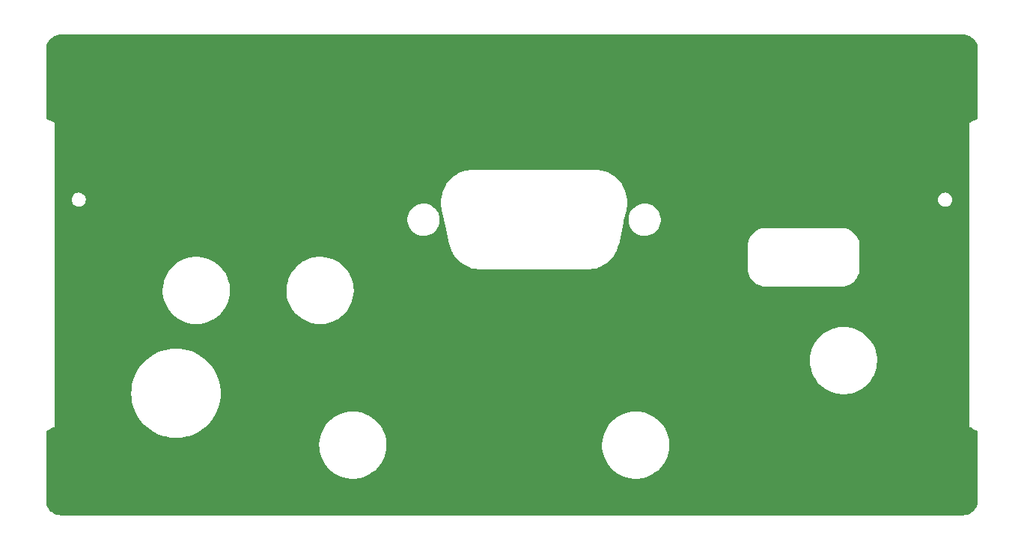
<source format=gtl>
G04 #@! TF.GenerationSoftware,KiCad,Pcbnew,6.0.2+dfsg-1*
G04 #@! TF.CreationDate,2023-08-11T11:48:16-04:00*
G04 #@! TF.ProjectId,HL2IO_endcap,484c3249-4f5f-4656-9e64-6361702e6b69,2.1*
G04 #@! TF.SameCoordinates,PX2faf080PY6422c40*
G04 #@! TF.FileFunction,Copper,L1,Top*
G04 #@! TF.FilePolarity,Positive*
%FSLAX46Y46*%
G04 Gerber Fmt 4.6, Leading zero omitted, Abs format (unit mm)*
G04 Created by KiCad (PCBNEW 6.0.2+dfsg-1) date 2023-08-11 11:48:16*
%MOMM*%
%LPD*%
G01*
G04 APERTURE LIST*
G04 #@! TA.AperFunction,ComponentPad*
%ADD10C,4.900000*%
G04 #@! TD*
G04 APERTURE END LIST*
D10*
X101125000Y3750000D03*
X4875000Y3750000D03*
X4875000Y51250000D03*
X101125000Y51250000D03*
G04 #@! TA.AperFunction,Conductor*
G36*
X103982282Y54698496D02*
G01*
X104000000Y54695372D01*
X104008528Y54696876D01*
X104013146Y54696876D01*
X104030879Y54697792D01*
X104234871Y54683202D01*
X104248852Y54681191D01*
X104472030Y54632641D01*
X104485583Y54628662D01*
X104699572Y54548849D01*
X104712421Y54542981D01*
X104912875Y54433524D01*
X104924757Y54425888D01*
X105107592Y54289021D01*
X105118268Y54279771D01*
X105279771Y54118268D01*
X105289021Y54107592D01*
X105425888Y53924757D01*
X105433524Y53912875D01*
X105542981Y53712421D01*
X105548849Y53699572D01*
X105628662Y53485583D01*
X105632641Y53472030D01*
X105681191Y53248852D01*
X105683202Y53234871D01*
X105697792Y53030879D01*
X105696876Y53013146D01*
X105696876Y53008528D01*
X105695372Y53000000D01*
X105696876Y52991470D01*
X105698496Y52982283D01*
X105700000Y52965092D01*
X105700000Y45246595D01*
X105681093Y45188404D01*
X105645274Y45158047D01*
X104871134Y44770978D01*
X104870337Y44770584D01*
X104826247Y44749032D01*
X104826246Y44749031D01*
X104818034Y44745017D01*
X104811818Y44738316D01*
X104803857Y44729734D01*
X104791014Y44718117D01*
X104781682Y44711056D01*
X104781680Y44711054D01*
X104774392Y44705539D01*
X104769578Y44697770D01*
X104769577Y44697769D01*
X104765317Y44690894D01*
X104753746Y44675714D01*
X104742029Y44663083D01*
X104738644Y44654599D01*
X104738641Y44654594D01*
X104734301Y44643716D01*
X104726505Y44628260D01*
X104715525Y44610540D01*
X104712331Y44593612D01*
X104707001Y44575287D01*
X104700615Y44559280D01*
X104700000Y44553007D01*
X104700000Y44537518D01*
X104698284Y44519163D01*
X104694804Y44500719D01*
X104696456Y44491732D01*
X104696456Y44491728D01*
X104698369Y44481323D01*
X104700000Y44463426D01*
X104700000Y10505978D01*
X104699996Y10505088D01*
X104699472Y10446820D01*
X104702686Y10438263D01*
X104702686Y10438262D01*
X104706800Y10427310D01*
X104711449Y10410621D01*
X104715265Y10390130D01*
X104724308Y10375460D01*
X104732709Y10358323D01*
X104738766Y10342197D01*
X104752630Y10326628D01*
X104762970Y10312740D01*
X104773909Y10294993D01*
X104781184Y10289461D01*
X104787622Y10284565D01*
X104801630Y10271601D01*
X104813089Y10258733D01*
X104818425Y10255377D01*
X104832292Y10248443D01*
X104847926Y10238709D01*
X104862869Y10227346D01*
X104871648Y10224804D01*
X104871650Y10224803D01*
X104881810Y10221861D01*
X104898546Y10215317D01*
X105272663Y10028258D01*
X105645274Y9841952D01*
X105688866Y9799017D01*
X105700000Y9753404D01*
X105700000Y2034908D01*
X105698496Y2017718D01*
X105695372Y2000000D01*
X105696876Y1991472D01*
X105696876Y1986854D01*
X105697792Y1969121D01*
X105683202Y1765129D01*
X105681191Y1751148D01*
X105632641Y1527970D01*
X105628662Y1514417D01*
X105548849Y1300428D01*
X105542981Y1287579D01*
X105433524Y1087125D01*
X105425888Y1075243D01*
X105289021Y892408D01*
X105279771Y881732D01*
X105118268Y720229D01*
X105107592Y710979D01*
X104924757Y574112D01*
X104912875Y566476D01*
X104712421Y457019D01*
X104699572Y451151D01*
X104485583Y371338D01*
X104472030Y367359D01*
X104248852Y318809D01*
X104234871Y316798D01*
X104030879Y302208D01*
X104013146Y303124D01*
X104008528Y303124D01*
X104000000Y304628D01*
X103991470Y303124D01*
X103982283Y301504D01*
X103965092Y300000D01*
X2034908Y300000D01*
X2017717Y301504D01*
X2008530Y303124D01*
X2000000Y304628D01*
X1991472Y303124D01*
X1986854Y303124D01*
X1969121Y302208D01*
X1765129Y316798D01*
X1751148Y318809D01*
X1527970Y367359D01*
X1514417Y371338D01*
X1300428Y451151D01*
X1287579Y457019D01*
X1087125Y566476D01*
X1075243Y574112D01*
X892408Y710979D01*
X881732Y720229D01*
X720229Y881732D01*
X710979Y892408D01*
X574112Y1075243D01*
X566476Y1087125D01*
X457019Y1287579D01*
X451151Y1300428D01*
X371338Y1514417D01*
X367359Y1527970D01*
X318809Y1751148D01*
X316798Y1765129D01*
X302208Y1969121D01*
X303124Y1986854D01*
X303124Y1991472D01*
X304628Y2000000D01*
X301504Y2017718D01*
X300000Y2034908D01*
X300000Y8334618D01*
X31195758Y8334618D01*
X31195822Y8332081D01*
X31195822Y8332073D01*
X31200801Y8135382D01*
X31205670Y7943042D01*
X31255780Y7554560D01*
X31345558Y7173287D01*
X31474053Y6803261D01*
X31639902Y6448404D01*
X31641206Y6446229D01*
X31641210Y6446222D01*
X31840039Y6114660D01*
X31840046Y6114650D01*
X31841350Y6112475D01*
X32076262Y5799033D01*
X32342149Y5511398D01*
X32636194Y5252618D01*
X32955282Y5025435D01*
X32957496Y5024180D01*
X32957502Y5024176D01*
X33138297Y4921679D01*
X33296032Y4832255D01*
X33298368Y4831232D01*
X33298370Y4831231D01*
X33652507Y4676144D01*
X33652515Y4676141D01*
X33654835Y4675125D01*
X34027889Y4555709D01*
X34030387Y4555185D01*
X34030394Y4555183D01*
X34248209Y4509481D01*
X34411243Y4475273D01*
X34413765Y4475010D01*
X34413766Y4475010D01*
X34798932Y4434867D01*
X34798935Y4434867D01*
X34800833Y4434669D01*
X34804805Y4434565D01*
X34806671Y4434516D01*
X34806681Y4434516D01*
X34807287Y4434500D01*
X35097917Y4434500D01*
X35391182Y4449613D01*
X35559338Y4475795D01*
X35775690Y4509481D01*
X35775694Y4509482D01*
X35778219Y4509875D01*
X36157012Y4609603D01*
X36328817Y4674351D01*
X36521165Y4746841D01*
X36521170Y4746843D01*
X36523547Y4747739D01*
X36698057Y4834937D01*
X36871656Y4921679D01*
X36871660Y4921681D01*
X36873941Y4922821D01*
X36950168Y4971289D01*
X37202327Y5131624D01*
X37202332Y5131628D01*
X37204481Y5132994D01*
X37355680Y5252618D01*
X37509658Y5374440D01*
X37509664Y5374445D01*
X37511667Y5376030D01*
X37513496Y5377812D01*
X37513502Y5377817D01*
X37652543Y5513265D01*
X37792243Y5649355D01*
X38043237Y5950073D01*
X38261990Y6274999D01*
X38446184Y6620690D01*
X38593868Y6983483D01*
X38703477Y7359535D01*
X38773850Y7744862D01*
X38804242Y8135382D01*
X38799264Y8332073D01*
X38799200Y8334618D01*
X63195758Y8334618D01*
X63195822Y8332081D01*
X63195822Y8332073D01*
X63200801Y8135382D01*
X63205670Y7943042D01*
X63255780Y7554560D01*
X63345558Y7173287D01*
X63474053Y6803261D01*
X63639902Y6448404D01*
X63641206Y6446229D01*
X63641210Y6446222D01*
X63840039Y6114660D01*
X63840046Y6114650D01*
X63841350Y6112475D01*
X64076262Y5799033D01*
X64342149Y5511398D01*
X64636194Y5252618D01*
X64955282Y5025435D01*
X64957496Y5024180D01*
X64957502Y5024176D01*
X65138297Y4921679D01*
X65296032Y4832255D01*
X65298368Y4831232D01*
X65298370Y4831231D01*
X65652507Y4676144D01*
X65652515Y4676141D01*
X65654835Y4675125D01*
X66027889Y4555709D01*
X66030387Y4555185D01*
X66030394Y4555183D01*
X66248209Y4509481D01*
X66411243Y4475273D01*
X66413765Y4475010D01*
X66413766Y4475010D01*
X66798932Y4434867D01*
X66798935Y4434867D01*
X66800833Y4434669D01*
X66804805Y4434565D01*
X66806671Y4434516D01*
X66806681Y4434516D01*
X66807287Y4434500D01*
X67097917Y4434500D01*
X67391182Y4449613D01*
X67559338Y4475795D01*
X67775690Y4509481D01*
X67775694Y4509482D01*
X67778219Y4509875D01*
X68157012Y4609603D01*
X68328817Y4674351D01*
X68521165Y4746841D01*
X68521170Y4746843D01*
X68523547Y4747739D01*
X68698057Y4834937D01*
X68871656Y4921679D01*
X68871660Y4921681D01*
X68873941Y4922821D01*
X68950168Y4971289D01*
X69202327Y5131624D01*
X69202332Y5131628D01*
X69204481Y5132994D01*
X69355680Y5252618D01*
X69509658Y5374440D01*
X69509664Y5374445D01*
X69511667Y5376030D01*
X69513496Y5377812D01*
X69513502Y5377817D01*
X69652543Y5513265D01*
X69792243Y5649355D01*
X70043237Y5950073D01*
X70261990Y6274999D01*
X70446184Y6620690D01*
X70593868Y6983483D01*
X70703477Y7359535D01*
X70773850Y7744862D01*
X70804242Y8135382D01*
X70799264Y8332073D01*
X70794395Y8524403D01*
X70794395Y8524409D01*
X70794330Y8526958D01*
X70744220Y8915440D01*
X70654442Y9296713D01*
X70525947Y9666739D01*
X70360098Y10021596D01*
X70324577Y10080830D01*
X70159961Y10355340D01*
X70159954Y10355350D01*
X70158650Y10357525D01*
X69923738Y10670967D01*
X69657851Y10958602D01*
X69363806Y11217382D01*
X69044718Y11444565D01*
X69042504Y11445820D01*
X69042498Y11445824D01*
X68706185Y11636488D01*
X68703968Y11637745D01*
X68701630Y11638769D01*
X68347493Y11793856D01*
X68347485Y11793859D01*
X68345165Y11794875D01*
X67972111Y11914291D01*
X67969613Y11914815D01*
X67969606Y11914817D01*
X67706332Y11970057D01*
X67588757Y11994727D01*
X67586234Y11994990D01*
X67201068Y12035133D01*
X67201065Y12035133D01*
X67199167Y12035331D01*
X67195024Y12035439D01*
X67193329Y12035484D01*
X67193319Y12035484D01*
X67192713Y12035500D01*
X66902083Y12035500D01*
X66608818Y12020387D01*
X66446783Y11995158D01*
X66224310Y11960519D01*
X66224306Y11960518D01*
X66221781Y11960125D01*
X65842988Y11860397D01*
X65840615Y11859503D01*
X65840616Y11859503D01*
X65478835Y11723159D01*
X65478830Y11723157D01*
X65476453Y11722261D01*
X65474174Y11721122D01*
X65128344Y11548321D01*
X65128340Y11548319D01*
X65126059Y11547179D01*
X65123903Y11545808D01*
X64797673Y11338376D01*
X64797668Y11338372D01*
X64795519Y11337006D01*
X64793516Y11335421D01*
X64490342Y11095560D01*
X64490336Y11095555D01*
X64488333Y11093970D01*
X64486504Y11092188D01*
X64486498Y11092183D01*
X64369059Y10977778D01*
X64207757Y10820645D01*
X63956763Y10519927D01*
X63738010Y10195001D01*
X63553816Y9849310D01*
X63406132Y9486517D01*
X63405417Y9484063D01*
X63299834Y9121824D01*
X63296523Y9110465D01*
X63226150Y8725138D01*
X63195758Y8334618D01*
X38799200Y8334618D01*
X38794395Y8524403D01*
X38794395Y8524409D01*
X38794330Y8526958D01*
X38744220Y8915440D01*
X38654442Y9296713D01*
X38525947Y9666739D01*
X38360098Y10021596D01*
X38324577Y10080830D01*
X38159961Y10355340D01*
X38159954Y10355350D01*
X38158650Y10357525D01*
X37923738Y10670967D01*
X37657851Y10958602D01*
X37363806Y11217382D01*
X37044718Y11444565D01*
X37042504Y11445820D01*
X37042498Y11445824D01*
X36706185Y11636488D01*
X36703968Y11637745D01*
X36701630Y11638769D01*
X36347493Y11793856D01*
X36347485Y11793859D01*
X36345165Y11794875D01*
X35972111Y11914291D01*
X35969613Y11914815D01*
X35969606Y11914817D01*
X35706332Y11970057D01*
X35588757Y11994727D01*
X35586234Y11994990D01*
X35201068Y12035133D01*
X35201065Y12035133D01*
X35199167Y12035331D01*
X35195024Y12035439D01*
X35193329Y12035484D01*
X35193319Y12035484D01*
X35192713Y12035500D01*
X34902083Y12035500D01*
X34608818Y12020387D01*
X34446783Y11995158D01*
X34224310Y11960519D01*
X34224306Y11960518D01*
X34221781Y11960125D01*
X33842988Y11860397D01*
X33840615Y11859503D01*
X33840616Y11859503D01*
X33478835Y11723159D01*
X33478830Y11723157D01*
X33476453Y11722261D01*
X33474174Y11721122D01*
X33128344Y11548321D01*
X33128340Y11548319D01*
X33126059Y11547179D01*
X33123903Y11545808D01*
X32797673Y11338376D01*
X32797668Y11338372D01*
X32795519Y11337006D01*
X32793516Y11335421D01*
X32490342Y11095560D01*
X32490336Y11095555D01*
X32488333Y11093970D01*
X32486504Y11092188D01*
X32486498Y11092183D01*
X32369059Y10977778D01*
X32207757Y10820645D01*
X31956763Y10519927D01*
X31738010Y10195001D01*
X31553816Y9849310D01*
X31406132Y9486517D01*
X31405417Y9484063D01*
X31299834Y9121824D01*
X31296523Y9110465D01*
X31226150Y8725138D01*
X31195758Y8334618D01*
X300000Y8334618D01*
X300000Y9753404D01*
X318907Y9811595D01*
X354726Y9841952D01*
X1128866Y10229022D01*
X1129663Y10229416D01*
X1173753Y10250968D01*
X1173754Y10250969D01*
X1181966Y10254983D01*
X1196143Y10270266D01*
X1208986Y10281883D01*
X1218318Y10288944D01*
X1218320Y10288946D01*
X1225608Y10294461D01*
X1234683Y10309106D01*
X1246255Y10324287D01*
X1257971Y10336917D01*
X1261356Y10345401D01*
X1261359Y10345406D01*
X1265699Y10356284D01*
X1273495Y10371740D01*
X1279660Y10381690D01*
X1284475Y10389460D01*
X1287669Y10406390D01*
X1292999Y10424713D01*
X1296796Y10434230D01*
X1296796Y10434231D01*
X1299385Y10440720D01*
X1300000Y10446993D01*
X1300000Y10462482D01*
X1301716Y10480837D01*
X1303501Y10490300D01*
X1305196Y10499281D01*
X1303544Y10508268D01*
X1303544Y10508272D01*
X1301631Y10518677D01*
X1300000Y10536574D01*
X1300000Y14100000D01*
X9944552Y14100000D01*
X9963790Y13659389D01*
X9964072Y13657249D01*
X10021074Y13224269D01*
X10021076Y13224257D01*
X10021356Y13222131D01*
X10116812Y12791554D01*
X10249433Y12370935D01*
X10418208Y11963475D01*
X10621854Y11572276D01*
X10623006Y11570468D01*
X10623007Y11570466D01*
X10847946Y11217382D01*
X10858819Y11200314D01*
X11127302Y10850421D01*
X11425258Y10525258D01*
X11750421Y10227302D01*
X12100314Y9958819D01*
X12102130Y9957662D01*
X12102133Y9957660D01*
X12331410Y9811595D01*
X12472276Y9721854D01*
X12474181Y9720862D01*
X12474185Y9720860D01*
X12582778Y9664330D01*
X12863475Y9518208D01*
X13270935Y9349433D01*
X13691554Y9216812D01*
X13693666Y9216344D01*
X13693669Y9216343D01*
X13782901Y9196561D01*
X14122131Y9121356D01*
X14124257Y9121076D01*
X14124269Y9121074D01*
X14412762Y9083094D01*
X14559389Y9063790D01*
X14886675Y9049500D01*
X15113325Y9049500D01*
X15440611Y9063790D01*
X15587238Y9083094D01*
X15875731Y9121074D01*
X15875743Y9121076D01*
X15877869Y9121356D01*
X16217099Y9196561D01*
X16306331Y9216343D01*
X16306334Y9216344D01*
X16308446Y9216812D01*
X16729065Y9349433D01*
X17136525Y9518208D01*
X17417222Y9664330D01*
X17525815Y9720860D01*
X17525819Y9720862D01*
X17527724Y9721854D01*
X17668590Y9811595D01*
X17897867Y9957660D01*
X17897870Y9957662D01*
X17899686Y9958819D01*
X18249579Y10227302D01*
X18574742Y10525258D01*
X18872698Y10850421D01*
X19141181Y11200314D01*
X19152055Y11217382D01*
X19376993Y11570466D01*
X19376994Y11570468D01*
X19378146Y11572276D01*
X19581792Y11963475D01*
X19750567Y12370935D01*
X19883188Y12791554D01*
X19978644Y13222131D01*
X19978924Y13224257D01*
X19978926Y13224269D01*
X20035928Y13657249D01*
X20036210Y13659389D01*
X20055448Y14100000D01*
X20036210Y14540611D01*
X19999936Y14816139D01*
X19978926Y14975731D01*
X19978924Y14975743D01*
X19978644Y14977869D01*
X19883188Y15408446D01*
X19750567Y15829065D01*
X19581792Y16236525D01*
X19378146Y16627724D01*
X19306129Y16740769D01*
X19142340Y16997867D01*
X19142338Y16997870D01*
X19141181Y16999686D01*
X18872698Y17349579D01*
X18574742Y17674742D01*
X18329332Y17899618D01*
X86695758Y17899618D01*
X86695822Y17897081D01*
X86695822Y17897073D01*
X86705605Y17510597D01*
X86705670Y17508042D01*
X86705996Y17505515D01*
X86725905Y17351172D01*
X86755780Y17119560D01*
X86845558Y16738287D01*
X86974053Y16368261D01*
X87139902Y16013404D01*
X87141206Y16011229D01*
X87141210Y16011222D01*
X87340039Y15679660D01*
X87340046Y15679650D01*
X87341350Y15677475D01*
X87576262Y15364033D01*
X87842149Y15076398D01*
X88136194Y14817618D01*
X88455282Y14590435D01*
X88457496Y14589180D01*
X88457502Y14589176D01*
X88638297Y14486679D01*
X88796032Y14397255D01*
X88798368Y14396232D01*
X88798370Y14396231D01*
X89152507Y14241144D01*
X89152515Y14241141D01*
X89154835Y14240125D01*
X89527889Y14120709D01*
X89530387Y14120185D01*
X89530394Y14120183D01*
X89748209Y14074481D01*
X89911243Y14040273D01*
X89913765Y14040010D01*
X89913766Y14040010D01*
X90298932Y13999867D01*
X90298935Y13999867D01*
X90300833Y13999669D01*
X90304805Y13999565D01*
X90306671Y13999516D01*
X90306681Y13999516D01*
X90307287Y13999500D01*
X90597917Y13999500D01*
X90891182Y14014613D01*
X91059338Y14040795D01*
X91275690Y14074481D01*
X91275694Y14074482D01*
X91278219Y14074875D01*
X91657012Y14174603D01*
X91828817Y14239351D01*
X92021165Y14311841D01*
X92021170Y14311843D01*
X92023547Y14312739D01*
X92198057Y14399937D01*
X92371656Y14486679D01*
X92371660Y14486681D01*
X92373941Y14487821D01*
X92460330Y14542751D01*
X92702327Y14696624D01*
X92702332Y14696628D01*
X92704481Y14697994D01*
X92855680Y14817618D01*
X93009658Y14939440D01*
X93009664Y14939445D01*
X93011667Y14941030D01*
X93013496Y14942812D01*
X93013502Y14942817D01*
X93152543Y15078265D01*
X93292243Y15214355D01*
X93543237Y15515073D01*
X93761990Y15839999D01*
X93946184Y16185690D01*
X94093868Y16548483D01*
X94203477Y16924535D01*
X94273850Y17309862D01*
X94304242Y17700382D01*
X94299264Y17897073D01*
X94294395Y18089403D01*
X94294395Y18089409D01*
X94294330Y18091958D01*
X94244220Y18480440D01*
X94154442Y18861713D01*
X94025947Y19231739D01*
X93860098Y19586596D01*
X93858790Y19588778D01*
X93659961Y19920340D01*
X93659954Y19920350D01*
X93658650Y19922525D01*
X93423738Y20235967D01*
X93157851Y20523602D01*
X92863806Y20782382D01*
X92544718Y21009565D01*
X92542504Y21010820D01*
X92542498Y21010824D01*
X92206185Y21201488D01*
X92203968Y21202745D01*
X92201630Y21203769D01*
X91847493Y21358856D01*
X91847485Y21358859D01*
X91845165Y21359875D01*
X91472111Y21479291D01*
X91469613Y21479815D01*
X91469606Y21479817D01*
X91206332Y21535057D01*
X91088757Y21559727D01*
X91086234Y21559990D01*
X90701068Y21600133D01*
X90701065Y21600133D01*
X90699167Y21600331D01*
X90695024Y21600439D01*
X90693329Y21600484D01*
X90693319Y21600484D01*
X90692713Y21600500D01*
X90402083Y21600500D01*
X90108818Y21585387D01*
X89946783Y21560158D01*
X89724310Y21525519D01*
X89724306Y21525518D01*
X89721781Y21525125D01*
X89342988Y21425397D01*
X89340615Y21424503D01*
X89340616Y21424503D01*
X88978835Y21288159D01*
X88978830Y21288157D01*
X88976453Y21287261D01*
X88974174Y21286122D01*
X88628344Y21113321D01*
X88628340Y21113319D01*
X88626059Y21112179D01*
X88623903Y21110808D01*
X88297673Y20903376D01*
X88297668Y20903372D01*
X88295519Y20902006D01*
X88293516Y20900421D01*
X87990342Y20660560D01*
X87990336Y20660555D01*
X87988333Y20658970D01*
X87986504Y20657188D01*
X87986498Y20657183D01*
X87869059Y20542778D01*
X87707757Y20385645D01*
X87456763Y20084927D01*
X87238010Y19760001D01*
X87053816Y19414310D01*
X86906132Y19051517D01*
X86866327Y18914952D01*
X86798609Y18682621D01*
X86796523Y18675465D01*
X86726150Y18290138D01*
X86695758Y17899618D01*
X18329332Y17899618D01*
X18249579Y17972698D01*
X17899686Y18241181D01*
X17527724Y18478146D01*
X17523318Y18480440D01*
X17388343Y18550703D01*
X17136525Y18681792D01*
X16729065Y18850567D01*
X16308446Y18983188D01*
X16306334Y18983656D01*
X16306331Y18983657D01*
X16217099Y19003439D01*
X15877869Y19078644D01*
X15875743Y19078924D01*
X15875731Y19078926D01*
X15587238Y19116906D01*
X15440611Y19136210D01*
X15113325Y19150500D01*
X14886675Y19150500D01*
X14559389Y19136210D01*
X14412762Y19116906D01*
X14124269Y19078926D01*
X14124257Y19078924D01*
X14122131Y19078644D01*
X13782901Y19003439D01*
X13693669Y18983657D01*
X13693666Y18983656D01*
X13691554Y18983188D01*
X13270935Y18850567D01*
X12863475Y18681792D01*
X12611657Y18550703D01*
X12476683Y18480440D01*
X12472276Y18478146D01*
X12100314Y18241181D01*
X11750421Y17972698D01*
X11425258Y17674742D01*
X11127302Y17349579D01*
X10858819Y16999686D01*
X10857662Y16997870D01*
X10857660Y16997867D01*
X10693871Y16740769D01*
X10621854Y16627724D01*
X10418208Y16236525D01*
X10249433Y15829065D01*
X10116812Y15408446D01*
X10021356Y14977869D01*
X10021076Y14975743D01*
X10021074Y14975731D01*
X10000064Y14816139D01*
X9963790Y14540611D01*
X9944552Y14100000D01*
X1300000Y14100000D01*
X1300000Y25834618D01*
X13495758Y25834618D01*
X13495822Y25832081D01*
X13495822Y25832073D01*
X13500801Y25635382D01*
X13505670Y25443042D01*
X13555780Y25054560D01*
X13645558Y24673287D01*
X13774053Y24303261D01*
X13939902Y23948404D01*
X13941206Y23946229D01*
X13941210Y23946222D01*
X14140039Y23614660D01*
X14140046Y23614650D01*
X14141350Y23612475D01*
X14376262Y23299033D01*
X14642149Y23011398D01*
X14936194Y22752618D01*
X15255282Y22525435D01*
X15257496Y22524180D01*
X15257502Y22524176D01*
X15438297Y22421679D01*
X15596032Y22332255D01*
X15598368Y22331232D01*
X15598370Y22331231D01*
X15952507Y22176144D01*
X15952515Y22176141D01*
X15954835Y22175125D01*
X16327889Y22055709D01*
X16330387Y22055185D01*
X16330394Y22055183D01*
X16548209Y22009481D01*
X16711243Y21975273D01*
X16713765Y21975010D01*
X16713766Y21975010D01*
X17098932Y21934867D01*
X17098935Y21934867D01*
X17100833Y21934669D01*
X17104805Y21934565D01*
X17106671Y21934516D01*
X17106681Y21934516D01*
X17107287Y21934500D01*
X17397917Y21934500D01*
X17691182Y21949613D01*
X17859338Y21975795D01*
X18075690Y22009481D01*
X18075694Y22009482D01*
X18078219Y22009875D01*
X18457012Y22109603D01*
X18628817Y22174351D01*
X18821165Y22246841D01*
X18821170Y22246843D01*
X18823547Y22247739D01*
X18998057Y22334937D01*
X19171656Y22421679D01*
X19171660Y22421681D01*
X19173941Y22422821D01*
X19250168Y22471289D01*
X19502327Y22631624D01*
X19502332Y22631628D01*
X19504481Y22632994D01*
X19655680Y22752618D01*
X19809658Y22874440D01*
X19809664Y22874445D01*
X19811667Y22876030D01*
X19813496Y22877812D01*
X19813502Y22877817D01*
X19952543Y23013265D01*
X20092243Y23149355D01*
X20343237Y23450073D01*
X20561990Y23774999D01*
X20746184Y24120690D01*
X20893868Y24483483D01*
X21003477Y24859535D01*
X21073850Y25244862D01*
X21104242Y25635382D01*
X21099264Y25832073D01*
X21099200Y25834618D01*
X27495758Y25834618D01*
X27495822Y25832081D01*
X27495822Y25832073D01*
X27500801Y25635382D01*
X27505670Y25443042D01*
X27555780Y25054560D01*
X27645558Y24673287D01*
X27774053Y24303261D01*
X27939902Y23948404D01*
X27941206Y23946229D01*
X27941210Y23946222D01*
X28140039Y23614660D01*
X28140046Y23614650D01*
X28141350Y23612475D01*
X28376262Y23299033D01*
X28642149Y23011398D01*
X28936194Y22752618D01*
X29255282Y22525435D01*
X29257496Y22524180D01*
X29257502Y22524176D01*
X29438297Y22421679D01*
X29596032Y22332255D01*
X29598368Y22331232D01*
X29598370Y22331231D01*
X29952507Y22176144D01*
X29952515Y22176141D01*
X29954835Y22175125D01*
X30327889Y22055709D01*
X30330387Y22055185D01*
X30330394Y22055183D01*
X30548209Y22009481D01*
X30711243Y21975273D01*
X30713765Y21975010D01*
X30713766Y21975010D01*
X31098932Y21934867D01*
X31098935Y21934867D01*
X31100833Y21934669D01*
X31104805Y21934565D01*
X31106671Y21934516D01*
X31106681Y21934516D01*
X31107287Y21934500D01*
X31397917Y21934500D01*
X31691182Y21949613D01*
X31859338Y21975795D01*
X32075690Y22009481D01*
X32075694Y22009482D01*
X32078219Y22009875D01*
X32457012Y22109603D01*
X32628817Y22174351D01*
X32821165Y22246841D01*
X32821170Y22246843D01*
X32823547Y22247739D01*
X32998057Y22334937D01*
X33171656Y22421679D01*
X33171660Y22421681D01*
X33173941Y22422821D01*
X33250168Y22471289D01*
X33502327Y22631624D01*
X33502332Y22631628D01*
X33504481Y22632994D01*
X33655680Y22752618D01*
X33809658Y22874440D01*
X33809664Y22874445D01*
X33811667Y22876030D01*
X33813496Y22877812D01*
X33813502Y22877817D01*
X33952543Y23013265D01*
X34092243Y23149355D01*
X34343237Y23450073D01*
X34561990Y23774999D01*
X34746184Y24120690D01*
X34893868Y24483483D01*
X35003477Y24859535D01*
X35073850Y25244862D01*
X35104242Y25635382D01*
X35099264Y25832073D01*
X35094395Y26024403D01*
X35094395Y26024409D01*
X35094330Y26026958D01*
X35065034Y26254081D01*
X35044546Y26412915D01*
X35044545Y26412921D01*
X35044220Y26415440D01*
X34954442Y26796713D01*
X34825947Y27166739D01*
X34660098Y27521596D01*
X34629569Y27572506D01*
X34459961Y27855340D01*
X34459954Y27855350D01*
X34458650Y27857525D01*
X34278939Y28097312D01*
X34225255Y28168943D01*
X34225254Y28168944D01*
X34223738Y28170967D01*
X33957851Y28458602D01*
X33679587Y28703494D01*
X33665723Y28715695D01*
X33665722Y28715696D01*
X33663806Y28717382D01*
X33344718Y28944565D01*
X33342504Y28945820D01*
X33342498Y28945824D01*
X33006185Y29136488D01*
X33003968Y29137745D01*
X33001630Y29138769D01*
X32647493Y29293856D01*
X32647485Y29293859D01*
X32645165Y29294875D01*
X32272111Y29414291D01*
X32269613Y29414815D01*
X32269606Y29414817D01*
X32006332Y29470057D01*
X31888757Y29494727D01*
X31886234Y29494990D01*
X31501068Y29535133D01*
X31501065Y29535133D01*
X31499167Y29535331D01*
X31495024Y29535439D01*
X31493329Y29535484D01*
X31493319Y29535484D01*
X31492713Y29535500D01*
X31202083Y29535500D01*
X30908818Y29520387D01*
X30746783Y29495158D01*
X30524310Y29460519D01*
X30524306Y29460518D01*
X30521781Y29460125D01*
X30142988Y29360397D01*
X30140615Y29359503D01*
X30140616Y29359503D01*
X29778835Y29223159D01*
X29778830Y29223157D01*
X29776453Y29222261D01*
X29774174Y29221122D01*
X29428344Y29048321D01*
X29428340Y29048319D01*
X29426059Y29047179D01*
X29423903Y29045808D01*
X29097673Y28838376D01*
X29097668Y28838372D01*
X29095519Y28837006D01*
X29093516Y28835421D01*
X28790342Y28595560D01*
X28790336Y28595555D01*
X28788333Y28593970D01*
X28786504Y28592188D01*
X28786498Y28592183D01*
X28692542Y28500655D01*
X28507757Y28320645D01*
X28256763Y28019927D01*
X28038010Y27695001D01*
X27853816Y27349310D01*
X27706132Y26986517D01*
X27705417Y26984063D01*
X27648106Y26787437D01*
X27596523Y26610465D01*
X27526150Y26225138D01*
X27525953Y26222602D01*
X27525952Y26222597D01*
X27522936Y26183841D01*
X27495758Y25834618D01*
X21099200Y25834618D01*
X21094395Y26024403D01*
X21094395Y26024409D01*
X21094330Y26026958D01*
X21065034Y26254081D01*
X21044546Y26412915D01*
X21044545Y26412921D01*
X21044220Y26415440D01*
X20954442Y26796713D01*
X20825947Y27166739D01*
X20660098Y27521596D01*
X20629569Y27572506D01*
X20459961Y27855340D01*
X20459954Y27855350D01*
X20458650Y27857525D01*
X20278939Y28097312D01*
X20225255Y28168943D01*
X20225254Y28168944D01*
X20223738Y28170967D01*
X19957851Y28458602D01*
X19679587Y28703494D01*
X19665723Y28715695D01*
X19665722Y28715696D01*
X19663806Y28717382D01*
X19344718Y28944565D01*
X19342504Y28945820D01*
X19342498Y28945824D01*
X19006185Y29136488D01*
X19003968Y29137745D01*
X19001630Y29138769D01*
X18647493Y29293856D01*
X18647485Y29293859D01*
X18645165Y29294875D01*
X18272111Y29414291D01*
X18269613Y29414815D01*
X18269606Y29414817D01*
X18006332Y29470057D01*
X17888757Y29494727D01*
X17886234Y29494990D01*
X17501068Y29535133D01*
X17501065Y29535133D01*
X17499167Y29535331D01*
X17495024Y29535439D01*
X17493329Y29535484D01*
X17493319Y29535484D01*
X17492713Y29535500D01*
X17202083Y29535500D01*
X16908818Y29520387D01*
X16746783Y29495158D01*
X16524310Y29460519D01*
X16524306Y29460518D01*
X16521781Y29460125D01*
X16142988Y29360397D01*
X16140615Y29359503D01*
X16140616Y29359503D01*
X15778835Y29223159D01*
X15778830Y29223157D01*
X15776453Y29222261D01*
X15774174Y29221122D01*
X15428344Y29048321D01*
X15428340Y29048319D01*
X15426059Y29047179D01*
X15423903Y29045808D01*
X15097673Y28838376D01*
X15097668Y28838372D01*
X15095519Y28837006D01*
X15093516Y28835421D01*
X14790342Y28595560D01*
X14790336Y28595555D01*
X14788333Y28593970D01*
X14786504Y28592188D01*
X14786498Y28592183D01*
X14692542Y28500655D01*
X14507757Y28320645D01*
X14256763Y28019927D01*
X14038010Y27695001D01*
X13853816Y27349310D01*
X13706132Y26986517D01*
X13705417Y26984063D01*
X13648106Y26787437D01*
X13596523Y26610465D01*
X13526150Y26225138D01*
X13525953Y26222602D01*
X13525952Y26222597D01*
X13522936Y26183841D01*
X13495758Y25834618D01*
X1300000Y25834618D01*
X1300000Y33623243D01*
X41172795Y33623243D01*
X41209384Y33354393D01*
X41285310Y33093904D01*
X41286849Y33090566D01*
X41397367Y32850833D01*
X41397370Y32850827D01*
X41398905Y32847498D01*
X41547672Y32620590D01*
X41550111Y32617858D01*
X41550112Y32617856D01*
X41619670Y32539923D01*
X41728345Y32418163D01*
X41731167Y32415816D01*
X41731168Y32415815D01*
X41759289Y32392427D01*
X41936954Y32244665D01*
X42168916Y32103907D01*
X42419136Y31998981D01*
X42422698Y31998076D01*
X42422699Y31998076D01*
X42678555Y31933096D01*
X42678560Y31933095D01*
X42682116Y31932192D01*
X42907470Y31909500D01*
X43068884Y31909500D01*
X43159394Y31916226D01*
X43266929Y31924217D01*
X43266935Y31924218D01*
X43270583Y31924489D01*
X43535221Y31984370D01*
X43538638Y31985699D01*
X43538642Y31985700D01*
X43784682Y32081380D01*
X43788102Y32082710D01*
X43828528Y32105815D01*
X43980880Y32192892D01*
X44023669Y32217348D01*
X44236748Y32385326D01*
X44239262Y32387999D01*
X44239268Y32388004D01*
X44382178Y32539923D01*
X44422658Y32582954D01*
X44577315Y32805891D01*
X44697320Y33049238D01*
X44780039Y33307650D01*
X44780629Y33311271D01*
X44823064Y33571832D01*
X44823064Y33571837D01*
X44823653Y33575451D01*
X44827205Y33846757D01*
X44790616Y34115607D01*
X44714690Y34376096D01*
X44688244Y34433462D01*
X44602633Y34619167D01*
X44602630Y34619173D01*
X44601095Y34622502D01*
X44472465Y34818696D01*
X44454339Y34846343D01*
X44454338Y34846345D01*
X44452328Y34849410D01*
X44420649Y34884904D01*
X44274098Y35049100D01*
X44274097Y35049101D01*
X44271655Y35051837D01*
X44223414Y35091959D01*
X44065874Y35222983D01*
X44063046Y35225335D01*
X43831084Y35366093D01*
X43580864Y35471019D01*
X43577301Y35471924D01*
X43321445Y35536904D01*
X43321440Y35536905D01*
X43317884Y35537808D01*
X43092530Y35560500D01*
X42931116Y35560500D01*
X42840606Y35553774D01*
X42733071Y35545783D01*
X42733065Y35545782D01*
X42729417Y35545511D01*
X42464779Y35485630D01*
X42461362Y35484301D01*
X42461358Y35484300D01*
X42215318Y35388620D01*
X42211898Y35387290D01*
X42208718Y35385472D01*
X42208715Y35385471D01*
X42149522Y35351639D01*
X41976331Y35252652D01*
X41763252Y35084674D01*
X41760738Y35082001D01*
X41760732Y35081996D01*
X41729787Y35049100D01*
X41577342Y34887046D01*
X41422685Y34664109D01*
X41302680Y34420762D01*
X41219961Y34162350D01*
X41219372Y34158733D01*
X41219371Y34158729D01*
X41212922Y34119127D01*
X41176347Y33894549D01*
X41172795Y33623243D01*
X1300000Y33623243D01*
X1300000Y36005624D01*
X3194455Y36005624D01*
X3213227Y35827017D01*
X3215011Y35821777D01*
X3215011Y35821776D01*
X3269132Y35662797D01*
X3271103Y35657007D01*
X3274001Y35652297D01*
X3274003Y35652292D01*
X3344208Y35538176D01*
X3365206Y35504045D01*
X3490859Y35375732D01*
X3641817Y35278446D01*
X3810578Y35217022D01*
X3949283Y35199500D01*
X4045155Y35199500D01*
X4047909Y35199809D01*
X4047911Y35199809D01*
X4075291Y35202880D01*
X4178472Y35214454D01*
X4281621Y35250374D01*
X4342847Y35271695D01*
X4342848Y35271695D01*
X4348073Y35273515D01*
X4456475Y35341252D01*
X4495685Y35365753D01*
X4495687Y35365755D01*
X4500375Y35368684D01*
X4601995Y35469597D01*
X4623879Y35491329D01*
X4623880Y35491331D01*
X4627807Y35495230D01*
X4630774Y35499905D01*
X4704319Y35615793D01*
X44961804Y35615793D01*
X44961995Y35613321D01*
X44961995Y35613319D01*
X44988241Y35273515D01*
X44989899Y35252043D01*
X44990331Y35249628D01*
X44990332Y35249619D01*
X45026191Y35049100D01*
X45054004Y34893571D01*
X45054040Y34892888D01*
X45072495Y34849410D01*
X45078099Y34836208D01*
X45083678Y34818699D01*
X45555874Y32661623D01*
X45930166Y30951790D01*
X45932295Y30936270D01*
X45933506Y30915077D01*
X45934614Y30912500D01*
X45936500Y30905931D01*
X45936500Y30905930D01*
X45972454Y30780709D01*
X46030741Y30577703D01*
X46159529Y30251089D01*
X46319028Y29938322D01*
X46320305Y29936320D01*
X46320309Y29936312D01*
X46334280Y29914399D01*
X46507771Y29642282D01*
X46509226Y29640420D01*
X46509231Y29640414D01*
X46722557Y29367563D01*
X46722563Y29367557D01*
X46724018Y29365695D01*
X46725648Y29363979D01*
X46725651Y29363975D01*
X46823357Y29261086D01*
X46965780Y29111108D01*
X46967568Y29109555D01*
X46967573Y29109550D01*
X47146171Y28954406D01*
X47230830Y28880865D01*
X47285643Y28841796D01*
X47480417Y28702967D01*
X47516727Y28677086D01*
X47820840Y28501647D01*
X48140367Y28356163D01*
X48142604Y28355394D01*
X48142603Y28355394D01*
X48470128Y28242745D01*
X48470136Y28242743D01*
X48472368Y28241975D01*
X48557934Y28221464D01*
X48811488Y28160684D01*
X48811495Y28160683D01*
X48813784Y28160134D01*
X48816128Y28159805D01*
X48816130Y28159805D01*
X49159109Y28111723D01*
X49159117Y28111722D01*
X49161473Y28111392D01*
X49509458Y28096320D01*
X49512235Y28095844D01*
X49554014Y28103414D01*
X49571665Y28105000D01*
X61428335Y28105000D01*
X61445986Y28103414D01*
X61487765Y28095844D01*
X61490542Y28096320D01*
X61838527Y28111392D01*
X61840883Y28111722D01*
X61840891Y28111723D01*
X62183870Y28159805D01*
X62183872Y28159805D01*
X62186216Y28160134D01*
X62188504Y28160683D01*
X62188512Y28160684D01*
X62432998Y28219291D01*
X62508697Y28237437D01*
X79682809Y28237437D01*
X79683173Y28235370D01*
X79683714Y28227112D01*
X79683714Y28227111D01*
X79697434Y28017806D01*
X79700614Y27969284D01*
X79753040Y27705719D01*
X79839420Y27451253D01*
X79840853Y27448348D01*
X79840853Y27448347D01*
X79954419Y27218057D01*
X79958275Y27210237D01*
X80107573Y26986798D01*
X80284758Y26784758D01*
X80486798Y26607573D01*
X80710238Y26458275D01*
X80713142Y26456843D01*
X80713147Y26456840D01*
X80792074Y26417918D01*
X80951253Y26339420D01*
X80954322Y26338378D01*
X80954325Y26338377D01*
X81016931Y26317125D01*
X81205719Y26253040D01*
X81469284Y26200614D01*
X81472508Y26200403D01*
X81472513Y26200402D01*
X81600094Y26192040D01*
X81735370Y26183173D01*
X81737437Y26182809D01*
X81755155Y26185933D01*
X81772345Y26187437D01*
X90227656Y26187437D01*
X90244846Y26185933D01*
X90262564Y26182809D01*
X90264631Y26183173D01*
X90272889Y26183714D01*
X90272890Y26183714D01*
X90527487Y26200402D01*
X90527492Y26200403D01*
X90530716Y26200614D01*
X90794281Y26253041D01*
X90983069Y26317126D01*
X91045675Y26338378D01*
X91045678Y26338379D01*
X91048747Y26339421D01*
X91289762Y26458276D01*
X91513201Y26607574D01*
X91515638Y26609711D01*
X91515643Y26609715D01*
X91712795Y26782612D01*
X91715242Y26784758D01*
X91779829Y26858406D01*
X91890285Y26984357D01*
X91890289Y26984362D01*
X91892426Y26986799D01*
X92041724Y27210238D01*
X92160579Y27451253D01*
X92246959Y27705719D01*
X92299386Y27969284D01*
X92302567Y28017806D01*
X92311874Y28159805D01*
X92316827Y28235369D01*
X92317191Y28237436D01*
X92314067Y28255155D01*
X92312563Y28272344D01*
X92312563Y30727656D01*
X92314067Y30744847D01*
X92314283Y30746069D01*
X92317191Y30762564D01*
X92316827Y30764631D01*
X92316160Y30774816D01*
X92299598Y31027487D01*
X92299597Y31027492D01*
X92299386Y31030716D01*
X92246959Y31294281D01*
X92160579Y31548747D01*
X92041724Y31789762D01*
X91892426Y32013201D01*
X91890289Y32015638D01*
X91890285Y32015643D01*
X91717388Y32212795D01*
X91715242Y32215242D01*
X91523896Y32383047D01*
X91515643Y32390285D01*
X91515638Y32390289D01*
X91513201Y32392426D01*
X91289762Y32541724D01*
X91048747Y32660579D01*
X91045678Y32661621D01*
X91045675Y32661622D01*
X90983069Y32682874D01*
X90794281Y32746959D01*
X90530716Y32799386D01*
X90527492Y32799597D01*
X90527487Y32799598D01*
X90399587Y32807981D01*
X90264631Y32816827D01*
X90262564Y32817191D01*
X90254040Y32815688D01*
X90244847Y32814067D01*
X90227656Y32812563D01*
X81772345Y32812563D01*
X81755154Y32814067D01*
X81745961Y32815688D01*
X81737437Y32817191D01*
X81735370Y32816827D01*
X81727112Y32816286D01*
X81727111Y32816286D01*
X81472513Y32799598D01*
X81472508Y32799597D01*
X81469284Y32799386D01*
X81205719Y32746960D01*
X81016931Y32682875D01*
X80954325Y32661623D01*
X80954322Y32661622D01*
X80951253Y32660580D01*
X80948339Y32659143D01*
X80713147Y32543160D01*
X80713142Y32543157D01*
X80710238Y32541725D01*
X80707542Y32539924D01*
X80707541Y32539923D01*
X80521801Y32415815D01*
X80486798Y32392427D01*
X80284758Y32215242D01*
X80107573Y32013202D01*
X80105769Y32010502D01*
X80105766Y32010498D01*
X80054048Y31933096D01*
X79958275Y31789762D01*
X79956843Y31786858D01*
X79956840Y31786853D01*
X79872019Y31614852D01*
X79839420Y31548747D01*
X79753040Y31294281D01*
X79700614Y31030716D01*
X79700403Y31027492D01*
X79700402Y31027487D01*
X79694937Y30944112D01*
X79683173Y30764630D01*
X79682809Y30762563D01*
X79684312Y30754040D01*
X79684312Y30754039D01*
X79685933Y30744846D01*
X79687437Y30727655D01*
X79687437Y28272345D01*
X79685933Y28255155D01*
X79682809Y28237437D01*
X62508697Y28237437D01*
X62527632Y28241976D01*
X62529864Y28242744D01*
X62529872Y28242746D01*
X62857390Y28355393D01*
X62857393Y28355394D01*
X62859632Y28356164D01*
X63080519Y28456735D01*
X63176982Y28500655D01*
X63176988Y28500658D01*
X63179160Y28501647D01*
X63181220Y28502835D01*
X63181227Y28502839D01*
X63481213Y28675898D01*
X63481216Y28675900D01*
X63483272Y28677086D01*
X63519583Y28702967D01*
X63705412Y28835421D01*
X63769170Y28880866D01*
X63849145Y28950339D01*
X64032426Y29109551D01*
X64032431Y29109556D01*
X64034219Y29111109D01*
X64275981Y29365696D01*
X64492229Y29642282D01*
X64680971Y29938322D01*
X64840470Y30251089D01*
X64924118Y30463226D01*
X64968386Y30575492D01*
X64968387Y30575496D01*
X64969258Y30577704D01*
X65065382Y30912490D01*
X65066494Y30915076D01*
X65067705Y30936270D01*
X65069834Y30951792D01*
X65595776Y33354393D01*
X65654629Y33623243D01*
X66172795Y33623243D01*
X66209384Y33354393D01*
X66285310Y33093904D01*
X66286849Y33090566D01*
X66397367Y32850833D01*
X66397370Y32850827D01*
X66398905Y32847498D01*
X66547672Y32620590D01*
X66550111Y32617858D01*
X66550112Y32617856D01*
X66619670Y32539923D01*
X66728345Y32418163D01*
X66731167Y32415816D01*
X66731168Y32415815D01*
X66759289Y32392427D01*
X66936954Y32244665D01*
X67168916Y32103907D01*
X67419136Y31998981D01*
X67422698Y31998076D01*
X67422699Y31998076D01*
X67678555Y31933096D01*
X67678560Y31933095D01*
X67682116Y31932192D01*
X67907470Y31909500D01*
X68068884Y31909500D01*
X68159394Y31916226D01*
X68266929Y31924217D01*
X68266935Y31924218D01*
X68270583Y31924489D01*
X68535221Y31984370D01*
X68538638Y31985699D01*
X68538642Y31985700D01*
X68784682Y32081380D01*
X68788102Y32082710D01*
X68828528Y32105815D01*
X68980880Y32192892D01*
X69023669Y32217348D01*
X69236748Y32385326D01*
X69239262Y32387999D01*
X69239268Y32388004D01*
X69382178Y32539923D01*
X69422658Y32582954D01*
X69577315Y32805891D01*
X69697320Y33049238D01*
X69780039Y33307650D01*
X69780629Y33311271D01*
X69823064Y33571832D01*
X69823064Y33571837D01*
X69823653Y33575451D01*
X69827205Y33846757D01*
X69790616Y34115607D01*
X69714690Y34376096D01*
X69688244Y34433462D01*
X69602633Y34619167D01*
X69602630Y34619173D01*
X69601095Y34622502D01*
X69472465Y34818696D01*
X69454339Y34846343D01*
X69454338Y34846345D01*
X69452328Y34849410D01*
X69420649Y34884904D01*
X69274098Y35049100D01*
X69274097Y35049101D01*
X69271655Y35051837D01*
X69223414Y35091959D01*
X69065874Y35222983D01*
X69063046Y35225335D01*
X68831084Y35366093D01*
X68580864Y35471019D01*
X68577301Y35471924D01*
X68321445Y35536904D01*
X68321440Y35536905D01*
X68317884Y35537808D01*
X68092530Y35560500D01*
X67931116Y35560500D01*
X67840606Y35553774D01*
X67733071Y35545783D01*
X67733065Y35545782D01*
X67729417Y35545511D01*
X67464779Y35485630D01*
X67461362Y35484301D01*
X67461358Y35484300D01*
X67215318Y35388620D01*
X67211898Y35387290D01*
X67208718Y35385472D01*
X67208715Y35385471D01*
X67149522Y35351639D01*
X66976331Y35252652D01*
X66763252Y35084674D01*
X66760738Y35082001D01*
X66760732Y35081996D01*
X66729787Y35049100D01*
X66577342Y34887046D01*
X66422685Y34664109D01*
X66302680Y34420762D01*
X66219961Y34162350D01*
X66219372Y34158733D01*
X66219371Y34158729D01*
X66212922Y34119127D01*
X66176347Y33894549D01*
X66172795Y33623243D01*
X65654629Y33623243D01*
X65916321Y34818698D01*
X65921898Y34836201D01*
X65945960Y34892888D01*
X65945995Y34893564D01*
X65974299Y35051837D01*
X66009667Y35249615D01*
X66009667Y35249619D01*
X66010101Y35252043D01*
X66011619Y35271695D01*
X66038005Y35613319D01*
X66038005Y35613321D01*
X66038196Y35615793D01*
X66029884Y35980532D01*
X66026791Y36005624D01*
X101194455Y36005624D01*
X101213227Y35827017D01*
X101215011Y35821777D01*
X101215011Y35821776D01*
X101269132Y35662797D01*
X101271103Y35657007D01*
X101274001Y35652297D01*
X101274003Y35652292D01*
X101344208Y35538176D01*
X101365206Y35504045D01*
X101490859Y35375732D01*
X101641817Y35278446D01*
X101810578Y35217022D01*
X101949283Y35199500D01*
X102045155Y35199500D01*
X102047909Y35199809D01*
X102047911Y35199809D01*
X102075291Y35202880D01*
X102178472Y35214454D01*
X102281621Y35250374D01*
X102342847Y35271695D01*
X102342848Y35271695D01*
X102348073Y35273515D01*
X102456475Y35341252D01*
X102495685Y35365753D01*
X102495687Y35365755D01*
X102500375Y35368684D01*
X102601995Y35469597D01*
X102623879Y35491329D01*
X102623880Y35491331D01*
X102627807Y35495230D01*
X102630774Y35499905D01*
X102721071Y35642190D01*
X102721072Y35642191D01*
X102724037Y35646864D01*
X102729711Y35662797D01*
X102782426Y35810840D01*
X102784281Y35816049D01*
X102803895Y35980532D01*
X102804890Y35988880D01*
X102804890Y35988883D01*
X102805545Y35994376D01*
X102786773Y36172983D01*
X102781266Y36189160D01*
X102730682Y36337751D01*
X102730680Y36337755D01*
X102728897Y36342993D01*
X102725999Y36347703D01*
X102725997Y36347708D01*
X102637691Y36491246D01*
X102634794Y36495955D01*
X102509141Y36624268D01*
X102358183Y36721554D01*
X102189422Y36782978D01*
X102050717Y36800500D01*
X101954845Y36800500D01*
X101952091Y36800191D01*
X101952089Y36800191D01*
X101924709Y36797120D01*
X101821528Y36785546D01*
X101651927Y36726485D01*
X101647234Y36723553D01*
X101647235Y36723553D01*
X101504315Y36634247D01*
X101504313Y36634245D01*
X101499625Y36631316D01*
X101372193Y36504770D01*
X101369227Y36500096D01*
X101369226Y36500095D01*
X101369106Y36499905D01*
X101275963Y36353136D01*
X101215719Y36183951D01*
X101194455Y36005624D01*
X66026791Y36005624D01*
X65985246Y36342624D01*
X65904728Y36698462D01*
X65896383Y36723445D01*
X65789916Y37042151D01*
X65789132Y37044498D01*
X65711525Y37217227D01*
X65640622Y37375035D01*
X65640618Y37375043D01*
X65639611Y37377284D01*
X65457654Y37693504D01*
X65426353Y37737163D01*
X65246519Y37987992D01*
X65246518Y37987993D01*
X65245075Y37990006D01*
X65003992Y38263836D01*
X64736808Y38512263D01*
X64495125Y38695674D01*
X64448166Y38731311D01*
X64448158Y38731316D01*
X64446186Y38732813D01*
X64396062Y38763496D01*
X64324289Y38807430D01*
X64135022Y38923287D01*
X63806417Y39081787D01*
X63463646Y39206734D01*
X63290224Y39250957D01*
X63112532Y39296269D01*
X63112522Y39296271D01*
X63110126Y39296882D01*
X63107676Y39297252D01*
X63107670Y39297253D01*
X62751826Y39350963D01*
X62751819Y39350964D01*
X62749379Y39351332D01*
X62632452Y39357176D01*
X62396804Y39368953D01*
X62396802Y39368953D01*
X62385673Y39369509D01*
X62385000Y39369628D01*
X62367283Y39366504D01*
X62350092Y39365000D01*
X48649908Y39365000D01*
X48632717Y39366504D01*
X48615000Y39369628D01*
X48614319Y39369508D01*
X48250621Y39351331D01*
X48248181Y39350963D01*
X48248174Y39350962D01*
X47892330Y39297252D01*
X47892324Y39297251D01*
X47889874Y39296881D01*
X47887478Y39296270D01*
X47887468Y39296268D01*
X47709776Y39250956D01*
X47536354Y39206733D01*
X47193583Y39081787D01*
X46864978Y38923287D01*
X46675711Y38807430D01*
X46603939Y38763496D01*
X46553814Y38732813D01*
X46551842Y38731316D01*
X46551834Y38731311D01*
X46504875Y38695674D01*
X46263192Y38512263D01*
X45996008Y38263836D01*
X45754925Y37990006D01*
X45753482Y37987993D01*
X45753481Y37987992D01*
X45573648Y37737163D01*
X45542346Y37693504D01*
X45360389Y37377284D01*
X45359382Y37375043D01*
X45359378Y37375035D01*
X45284379Y37208112D01*
X45210867Y37044498D01*
X45210083Y37042151D01*
X45101985Y36718557D01*
X45095272Y36698462D01*
X45014754Y36342624D01*
X44970116Y35980532D01*
X44961804Y35615793D01*
X4704319Y35615793D01*
X4721071Y35642190D01*
X4721072Y35642191D01*
X4724037Y35646864D01*
X4729711Y35662797D01*
X4782426Y35810840D01*
X4784281Y35816049D01*
X4803895Y35980532D01*
X4804890Y35988880D01*
X4804890Y35988883D01*
X4805545Y35994376D01*
X4786773Y36172983D01*
X4781266Y36189160D01*
X4730682Y36337751D01*
X4730680Y36337755D01*
X4728897Y36342993D01*
X4725999Y36347703D01*
X4725997Y36347708D01*
X4637691Y36491246D01*
X4634794Y36495955D01*
X4509141Y36624268D01*
X4358183Y36721554D01*
X4189422Y36782978D01*
X4050717Y36800500D01*
X3954845Y36800500D01*
X3952091Y36800191D01*
X3952089Y36800191D01*
X3924709Y36797120D01*
X3821528Y36785546D01*
X3651927Y36726485D01*
X3647234Y36723553D01*
X3647235Y36723553D01*
X3504315Y36634247D01*
X3504313Y36634245D01*
X3499625Y36631316D01*
X3372193Y36504770D01*
X3369227Y36500096D01*
X3369226Y36500095D01*
X3369106Y36499905D01*
X3275963Y36353136D01*
X3215719Y36183951D01*
X3194455Y36005624D01*
X1300000Y36005624D01*
X1300000Y44494022D01*
X1300004Y44494912D01*
X1300446Y44544038D01*
X1300446Y44544039D01*
X1300528Y44553180D01*
X1296992Y44562596D01*
X1293200Y44572690D01*
X1288551Y44589379D01*
X1286409Y44600882D01*
X1286409Y44600883D01*
X1284735Y44609870D01*
X1275692Y44624540D01*
X1267289Y44641680D01*
X1266525Y44643716D01*
X1261234Y44657803D01*
X1247369Y44673373D01*
X1237030Y44687261D01*
X1226091Y44705007D01*
X1212378Y44715435D01*
X1198370Y44728399D01*
X1191559Y44736047D01*
X1186911Y44741267D01*
X1181575Y44744623D01*
X1167708Y44751557D01*
X1152074Y44761291D01*
X1137131Y44772654D01*
X1128352Y44775196D01*
X1128350Y44775197D01*
X1118185Y44778141D01*
X1101449Y44784686D01*
X354726Y45158047D01*
X311134Y45200982D01*
X300000Y45246595D01*
X300000Y52965092D01*
X301504Y52982283D01*
X303124Y52991470D01*
X304628Y53000000D01*
X303124Y53008528D01*
X303124Y53013146D01*
X302208Y53030879D01*
X316798Y53234871D01*
X318809Y53248852D01*
X367359Y53472030D01*
X371338Y53485583D01*
X451151Y53699572D01*
X457019Y53712421D01*
X566476Y53912875D01*
X574112Y53924757D01*
X710979Y54107592D01*
X720229Y54118268D01*
X881732Y54279771D01*
X892408Y54289021D01*
X1075243Y54425888D01*
X1087125Y54433524D01*
X1287579Y54542981D01*
X1300428Y54548849D01*
X1514417Y54628662D01*
X1527970Y54632641D01*
X1751148Y54681191D01*
X1765129Y54683202D01*
X1969121Y54697792D01*
X1986854Y54696876D01*
X1991472Y54696876D01*
X2000000Y54695372D01*
X2017718Y54698496D01*
X2034908Y54700000D01*
X103965092Y54700000D01*
X103982282Y54698496D01*
G37*
G04 #@! TD.AperFunction*
M02*

</source>
